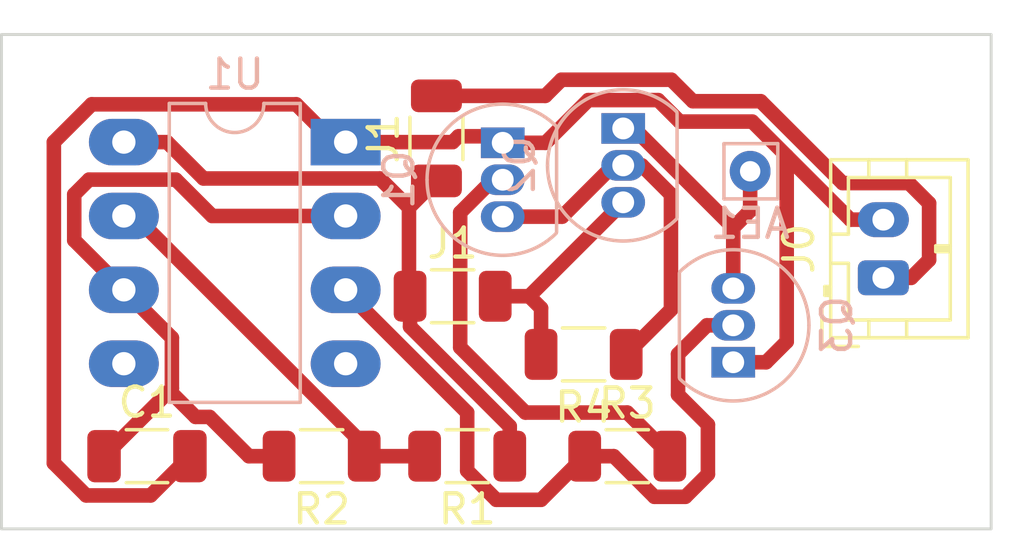
<source format=kicad_pcb>
(kicad_pcb (version 20211014) (generator pcbnew)
  (layers (0 "F.Cu" signal) (31 "B.Cu" signal) (34 "B.Paste" user) (35 "F.Paste" user) (36 "B.SilkS" user "B.Silkscreen") (37 "F.SilkS" user "F.Silkscreen") (38 "B.Mask" user) (39 "F.Mask" user) (44 "Edge.Cuts" user))
  (net 0 "")
  (net 1 "Net-(AE1-Pad1)")
  (net 2 "Net-(U1-Pad2)")
  (net 3 "GND")
  (net 4 "Net-(R3-Pad2)")
  (net 5 "Net-(R4-Pad1)")
  (net 6 "VCC")
  (net 7 "Net-(U1-Pad3)")
  (net 8 "Net-(U1-Pad7)")
  (footprint "Resistor_SMD:R_1206_3216Metric" (layer "F.Cu") (at 138.5 97)
    (fp_text reference "R3" (at 0 -1.82) (layer "F.SilkS"))
    (fp_text value "4.7k")
    (fp_line (start -0.727064 0.91) (end 0.727064 0.91) (layer "F.SilkS") (width 0.12))
    (fp_line (start -0.727064 -0.91) (end 0.727064 -0.91) (layer "F.SilkS") (width 0.12))
    (pad "1" smd roundrect (at -1.4625 0) (size 1.125 1.75) (layers "F.Cu" "F.Paste" "F.Mask") (roundrect_rratio 0.2222222222) (net 7 "Net-(U1-Pad3)"))
    (pad "2" smd roundrect (at 1.4625 0) (size 1.125 1.75) (layers "F.Cu" "F.Paste" "F.Mask") (roundrect_rratio 0.2222222222) (net 4 "Net-(R3-Pad2)"))
  )
  (footprint "Resistor_SMD:R_1206_3216Metric" (layer "F.Cu") (at 132.5 91.5)
    (fp_text reference "J1" (at 0 -1.82) (layer "F.SilkS"))
    (fp_text value "0J")
    (fp_line (start -0.727064 0.91) (end 0.727064 0.91) (layer "F.SilkS") (width 0.12))
    (fp_line (start -0.727064 -0.91) (end 0.727064 -0.91) (layer "F.SilkS") (width 0.12))
    (pad "1" smd roundrect (at -1.4625 0) (size 1.125 1.75) (layers "F.Cu" "F.Paste" "F.Mask") (roundrect_rratio 0.2222222222) (net 6 "VCC"))
    (pad "2" smd roundrect (at 1.4625 0) (size 1.125 1.75) (layers "F.Cu" "F.Paste" "F.Mask") (roundrect_rratio 0.2222222222) (net 6 "VCC"))
  )
  (footprint "Connector_JST:JST_PH_B2B-PH-K_1x02_P2.00mm_Vertical" (layer "F.Cu") (at 147.296998 90.866733 90)
    (fp_text reference "J0" (at 1 -2.9 90) (layer "F.SilkS"))
    (fp_text value "Screw_Terminal_01x02")
    (fp_line (start 1 2.3) (end 1 1.8) (layer "F.SilkS") (width 0.12))
    (fp_line (start -0.3 -1.91) (end -0.6 -1.91) (layer "F.SilkS") (width 0.12))
    (fp_line (start -1.11 -2.11) (end -2.36 -2.11) (layer "F.SilkS") (width 0.12))
    (fp_line (start 1.5 -1.2) (end 1.5 -1.81) (layer "F.SilkS") (width 0.12))
    (fp_line (start -2.06 2.91) (end 4.06 2.91) (layer "F.SilkS") (width 0.12))
    (fp_line (start 4.06 0.8) (end 3.45 0.8) (layer "F.SilkS") (width 0.12))
    (fp_line (start -2.06 -0.5) (end -1.45 -0.5) (layer "F.SilkS") (width 0.12))
    (fp_line (start -0.3 -2.01) (end -0.6 -2.01) (layer "F.SilkS") (width 0.12))
    (fp_line (start 1.1 1.8) (end 1.1 2.3) (layer "F.SilkS") (width 0.12))
    (fp_line (start -2.36 -2.11) (end -2.36 -0.86) (layer "F.SilkS") (width 0.12))
    (fp_line (start 4.06 -1.81) (end -2.06 -1.81) (layer "F.SilkS") (width 0.12))
    (fp_line (start 3.45 -1.2) (end 1.5 -1.2) (layer "F.SilkS") (width 0.12))
    (fp_line (start 0.9 1.8) (end 1.1 1.8) (layer "F.SilkS") (width 0.12))
    (fp_line (start 0.5 -1.81) (end 0.5 -1.2) (layer "F.SilkS") (width 0.12))
    (fp_line (start 4.06 2.91) (end 4.06 -1.81) (layer "F.SilkS") (width 0.12))
    (fp_line (start -1.45 -1.2) (end -1.45 2.3) (layer "F.SilkS") (width 0.12))
    (fp_line (start -2.06 -1.81) (end -2.06 2.91) (layer "F.SilkS") (width 0.12))
    (fp_line (start -2.06 0.8) (end -1.45 0.8) (layer "F.SilkS") (width 0.12))
    (fp_line (start 3.45 2.3) (end 3.45 -1.2) (layer "F.SilkS") (width 0.12))
    (fp_line (start -0.3 -1.81) (end -0.3 -2.01) (layer "F.SilkS") (width 0.12))
    (fp_line (start 0.9 2.3) (end 0.9 1.8) (layer "F.SilkS") (width 0.12))
    (fp_line (start -0.6 -2.01) (end -0.6 -1.81) (layer "F.SilkS") (width 0.12))
    (fp_line (start -1.45 2.3) (end 3.45 2.3) (layer "F.SilkS") (width 0.12))
    (fp_line (start 0.5 -1.2) (end -1.45 -1.2) (layer "F.SilkS") (width 0.12))
    (fp_line (start 4.06 -0.5) (end 3.45 -0.5) (layer "F.SilkS") (width 0.12))
    (pad "1" thru_hole roundrect (at 0 0 90) (size 1.2 1.75) (drill 0.75) (layers *.Cu *.Mask) (roundrect_rratio 0.2083333333) (net 6 "VCC"))
    (pad "2" thru_hole oval (at 2 0 90) (size 1.2 1.75) (drill 0.75) (layers *.Cu *.Mask) (net 3 "GND"))
  )
  (footprint "Resistor_SMD:R_1206_3216Metric" (layer "F.Cu") (at 137 93.5 180)
    (fp_text reference "R4" (at 0 -1.82) (layer "F.SilkS"))
    (fp_text value "4.7k")
    (fp_line (start -0.727064 0.91) (end 0.727064 0.91) (layer "F.SilkS") (width 0.12))
    (fp_line (start -0.727064 -0.91) (end 0.727064 -0.91) (layer "F.SilkS") (width 0.12))
    (pad "1" smd roundrect (at -1.4625 0 180) (size 1.125 1.75) (layers "F.Cu" "F.Paste" "F.Mask") (roundrect_rratio 0.2222222222) (net 5 "Net-(R4-Pad1)"))
    (pad "2" smd roundrect (at 1.4625 0 180) (size 1.125 1.75) (layers "F.Cu" "F.Paste" "F.Mask") (roundrect_rratio 0.2222222222) (net 6 "VCC"))
  )
  (footprint "Resistor_SMD:R_1206_3216Metric" (layer "F.Cu") (at 133 97 180)
    (fp_text reference "R1" (at 0 -1.82) (layer "F.SilkS"))
    (fp_text value "4.7k")
    (fp_line (start -0.727064 -0.91) (end 0.727064 -0.91) (layer "F.SilkS") (width 0.12))
    (fp_line (start -0.727064 0.91) (end 0.727064 0.91) (layer "F.SilkS") (width 0.12))
    (pad "1" smd roundrect (at -1.4625 0 180) (size 1.125 1.75) (layers "F.Cu" "F.Paste" "F.Mask") (roundrect_rratio 0.2222222222) (net 6 "VCC"))
    (pad "2" smd roundrect (at 1.4625 0 180) (size 1.125 1.75) (layers "F.Cu" "F.Paste" "F.Mask") (roundrect_rratio 0.2222222222) (net 8 "Net-(U1-Pad7)"))
  )
  (footprint "Resistor_SMD:R_1206_3216Metric" (layer "F.Cu") (at 131.94323 86.071951 90)
    (fp_text reference "J1" (at 0 -1.82 90) (layer "F.SilkS"))
    (fp_text value "0J")
    (fp_line (start -0.727064 0.91) (end 0.727064 0.91) (layer "F.SilkS") (width 0.12))
    (fp_line (start -0.727064 -0.91) (end 0.727064 -0.91) (layer "F.SilkS") (width 0.12))
    (pad "1" smd roundrect (at -1.4625 0 90) (size 1.125 1.75) (layers "F.Cu" "F.Paste" "F.Mask") (roundrect_rratio 0.2222222222) (net 6 "VCC"))
    (pad "2" smd roundrect (at 1.4625 0 90) (size 1.125 1.75) (layers "F.Cu" "F.Paste" "F.Mask") (roundrect_rratio 0.2222222222) (net 6 "VCC"))
  )
  (footprint "Resistor_SMD:R_1206_3216Metric" (layer "F.Cu") (at 128 97 180)
    (fp_text reference "R2" (at 0 -1.82) (layer "F.SilkS"))
    (fp_text value "4.7k")
    (fp_line (start -0.727064 -0.91) (end 0.727064 -0.91) (layer "F.SilkS") (width 0.12))
    (fp_line (start -0.727064 0.91) (end 0.727064 0.91) (layer "F.SilkS") (width 0.12))
    (pad "1" smd roundrect (at -1.4625 0 180) (size 1.125 1.75) (layers "F.Cu" "F.Paste" "F.Mask") (roundrect_rratio 0.2222222222) (net 8 "Net-(U1-Pad7)"))
    (pad "2" smd roundrect (at 1.4625 0 180) (size 1.125 1.75) (layers "F.Cu" "F.Paste" "F.Mask") (roundrect_rratio 0.2222222222) (net 2 "Net-(U1-Pad2)"))
  )
  (footprint "Capacitor_SMD:C_1206_3216Metric" (layer "F.Cu") (at 122 97)
    (fp_text reference "C1" (at 0 -1.85) (layer "F.SilkS"))
    (fp_text value "100nF")
    (fp_line (start -0.711252 -0.91) (end 0.711252 -0.91) (layer "F.SilkS") (width 0.12))
    (fp_line (start -0.711252 0.91) (end 0.711252 0.91) (layer "F.SilkS") (width 0.12))
    (pad "1" smd roundrect (at -1.475 0) (size 1.15 1.8) (layers "F.Cu" "F.Paste" "F.Mask") (roundrect_rratio 0.2173913043) (net 2 "Net-(U1-Pad2)"))
    (pad "2" smd roundrect (at 1.475 0) (size 1.15 1.8) (layers "F.Cu" "F.Paste" "F.Mask") (roundrect_rratio 0.2173913043) (net 3 "GND"))
  )
  (footprint "Package_TO_SOT_THT:TO-92_Inline" (layer "B.Cu") (at 134.221429 86.223831 -90)
    (fp_text reference "Q1" (at 1.27 3.56 90) (layer "B.SilkS") (effects (justify mirror)))
    (fp_text value "2N3904")
    (fp_line (start -0.53 -1.85) (end 3.07 -1.85) (layer "B.SilkS") (width 0.12))
    (fp_arc (start 1.27 2.6) (mid -1.132087 0.994977) (end -0.568478 -1.838478) (layer "B.SilkS") (width 0.12))
    (fp_arc (start 3.108478 -1.838478) (mid 3.672087 0.994977) (end 1.27 2.6) (layer "B.SilkS") (width 0.12))
    (pad "1" thru_hole rect (at 0 0 270) (size 1.05 1.5) (drill 0.75) (layers *.Cu *.Mask) (net 3 "GND"))
    (pad "2" thru_hole oval (at 1.27 0 270) (size 1.05 1.5) (drill 0.75) (layers *.Cu *.Mask) (net 4 "Net-(R3-Pad2)"))
    (pad "3" thru_hole oval (at 2.54 0 270) (size 1.05 1.5) (drill 0.75) (layers *.Cu *.Mask) (net 5 "Net-(R4-Pad1)"))
  )
  (footprint "Package_DIP:DIP-8_W7.62mm_LongPads" (layer "B.Cu") (at 128.825 86.2 180)
    (fp_text reference "U1" (at 3.81 2.33) (layer "B.SilkS") (effects (justify mirror)))
    (fp_text value "NE555")
    (fp_line (start 2.81 1.33) (end 1.56 1.33) (layer "B.SilkS") (width 0.12))
    (fp_line (start 6.06 1.33) (end 4.81 1.33) (layer "B.SilkS") (width 0.12))
    (fp_line (start 1.56 -8.95) (end 6.06 -8.95) (layer "B.SilkS") (width 0.12))
    (fp_line (start 6.06 -8.95) (end 6.06 1.33) (layer "B.SilkS") (width 0.12))
    (fp_line (start 1.56 1.33) (end 1.56 -8.95) (layer "B.SilkS") (width 0.12))
    (fp_arc (start 2.81 1.33) (mid 3.81 0.33) (end 4.81 1.33) (layer "B.SilkS") (width 0.12))
    (pad "1" thru_hole rect (at 0 0 180) (size 2.4 1.6) (drill 0.8) (layers *.Cu *.Mask) (net 3 "GND"))
    (pad "2" thru_hole oval (at 0 -2.54 180) (size 2.4 1.6) (drill 0.8) (layers *.Cu *.Mask) (net 2 "Net-(U1-Pad2)"))
    (pad "3" thru_hole oval (at 0 -5.08 180) (size 2.4 1.6) (drill 0.8) (layers *.Cu *.Mask) (net 7 "Net-(U1-Pad3)"))
    (pad "4" thru_hole oval (at 0 -7.62 180) (size 2.4 1.6) (drill 0.8) (layers *.Cu *.Mask))
    (pad "5" thru_hole oval (at 7.62 -7.62 180) (size 2.4 1.6) (drill 0.8) (layers *.Cu *.Mask))
    (pad "6" thru_hole oval (at 7.62 -5.08 180) (size 2.4 1.6) (drill 0.8) (layers *.Cu *.Mask) (net 2 "Net-(U1-Pad2)"))
    (pad "7" thru_hole oval (at 7.62 -2.54 180) (size 2.4 1.6) (drill 0.8) (layers *.Cu *.Mask) (net 8 "Net-(U1-Pad7)"))
    (pad "8" thru_hole oval (at 7.62 0 180) (size 2.4 1.6) (drill 0.8) (layers *.Cu *.Mask) (net 6 "VCC"))
  )
  (footprint "Package_TO_SOT_THT:TO-92_Inline" (layer "B.Cu") (at 142.14 93.77 90)
    (fp_text reference "Q3" (at 1.27 3.56 90) (layer "B.SilkS") (effects (justify mirror)))
    (fp_text value "2N222A")
    (fp_line (start -0.53 -1.85) (end 3.07 -1.85) (layer "B.SilkS") (width 0.12))
    (fp_arc (start 1.27 2.6) (mid -1.132087 0.994977) (end -0.568478 -1.838478) (layer "B.SilkS") (width 0.12))
    (fp_arc (start 3.108478 -1.838478) (mid 3.672087 0.994977) (end 1.27 2.6) (layer "B.SilkS") (width 0.12))
    (pad "1" thru_hole rect (at 0 0 90) (size 1.05 1.5) (drill 0.75) (layers *.Cu *.Mask) (net 3 "GND"))
    (pad "2" thru_hole oval (at 1.27 0 90) (size 1.05 1.5) (drill 0.75) (layers *.Cu *.Mask) (net 7 "Net-(U1-Pad3)"))
    (pad "3" thru_hole oval (at 2.54 0 90) (size 1.05 1.5) (drill 0.75) (layers *.Cu *.Mask) (net 1 "Net-(AE1-Pad1)"))
  )
  (footprint "Package_TO_SOT_THT:TO-92_Inline" (layer "B.Cu") (at 138.36 85.73 -90)
    (fp_text reference "Q2" (at 1.27 3.56 90) (layer "B.SilkS") (effects (justify mirror)))
    (fp_text value "2N222A")
    (fp_line (start -0.53 -1.85) (end 3.07 -1.85) (layer "B.SilkS") (width 0.12))
    (fp_arc (start 1.27 2.6) (mid -1.132087 0.994977) (end -0.568478 -1.838478) (layer "B.SilkS") (width 0.12))
    (fp_arc (start 3.108478 -1.838478) (mid 3.672087 0.994977) (end 1.27 2.6) (layer "B.SilkS") (width 0.12))
    (pad "1" thru_hole rect (at 0 0 270) (size 1.05 1.5) (drill 0.75) (layers *.Cu *.Mask) (net 1 "Net-(AE1-Pad1)"))
    (pad "2" thru_hole oval (at 1.27 0 270) (size 1.05 1.5) (drill 0.75) (layers *.Cu *.Mask) (net 5 "Net-(R4-Pad1)"))
    (pad "3" thru_hole oval (at 2.54 0 270) (size 1.05 1.5) (drill 0.75) (layers *.Cu *.Mask) (net 6 "VCC"))
  )
  (footprint "Connector_Pin:Pin_D0.7mm_L6.5mm_W1.8mm_FlatFork" (layer "B.Cu") (at 142.720872 87.202382 180)
    (fp_text reference "AE1" (at 0 -1.8) (layer "B.SilkS") (effects (justify mirror)))
    (fp_text value "Antenna")
    (fp_line (start 0.9 -0.95) (end 0.9 0.9) (layer "B.SilkS") (width 0.12))
    (fp_line (start -0.95 0.95) (end -0.95 -0.95) (layer "B.SilkS") (width 0.12))
    (fp_line (start 0.9 0.95) (end -0.95 0.95) (layer "B.SilkS") (width 0.12))
    (fp_line (start -0.95 -0.95) (end 0.9 -0.95) (layer "B.SilkS") (width 0.12))
    (fp_line (start 0.9 0.9) (end 0.9 0.95) (layer "B.SilkS") (width 0.12))
    (pad "1" thru_hole circle (at 0 0 180) (size 1.4 1.4) (drill 0.7) (layers *.Cu *.Mask) (net 1 "Net-(AE1-Pad1)"))
  )
  (gr_rect (start 117 82.5) (end 151 99.5) (layer "Edge.Cuts") (width 0.1) (fill none))
  (segment (start 142.14 89.14) (end 138.73 85.73) (width 0.5) (layer "F.Cu") (net 1))
  (segment (start 138.73 85.73) (end 138.36 85.73) (width 0.5) (layer "F.Cu") (net 1))
  (segment (start 142.14 89.14) (end 142.720872 88.559128) (width 0.5) (layer "F.Cu") (net 1))
  (segment (start 142.14 91.23) (end 142.14 89.14) (width 0.5) (layer "F.Cu") (net 1))
  (segment (start 142.720872 88.559128) (end 142.720872 87.202382) (width 0.5) (layer "F.Cu") (net 1))
  (segment (start 119.5 89.575) (end 119.5 88) (width 0.5) (layer "F.Cu") (net 2))
  (segment (start 123.66875 95.65) (end 122.78125 94.7625) (width 0.5) (layer "F.Cu") (net 2))
  (segment (start 121.205 91.28) (end 119.5 89.575) (width 0.5) (layer "F.Cu") (net 2))
  (segment (start 120.525 97) (end 122.7625 94.7625) (width 0.5) (layer "F.Cu") (net 2))
  (segment (start 122.78125 94.7625) (end 122.7625 94.7625) (width 0.5) (layer "F.Cu") (net 2))
  (segment (start 119.5 88) (end 120.01 87.49) (width 0.5) (layer "F.Cu") (net 2))
  (segment (start 122.99 87.49) (end 124.24 88.74) (width 0.5) (layer "F.Cu") (net 2))
  (segment (start 122.855 92.93) (end 121.205 91.28) (width 0.5) (layer "F.Cu") (net 2))
  (segment (start 122.855 94.67) (end 122.855 92.93) (width 0.5) (layer "F.Cu") (net 2))
  (segment (start 120.01 87.49) (end 122.99 87.49) (width 0.5) (layer "F.Cu") (net 2))
  (segment (start 122.7625 94.7625) (end 122.855 94.67) (width 0.5) (layer "F.Cu") (net 2))
  (segment (start 124.24 88.74) (end 128.825 88.74) (width 0.5) (layer "F.Cu") (net 2))
  (segment (start 124.15 95.65) (end 123.66875 95.65) (width 0.5) (layer "F.Cu") (net 2))
  (segment (start 125.5 97) (end 124.15 95.65) (width 0.5) (layer "F.Cu") (net 2))
  (segment (start 126.5375 97) (end 125.5 97) (width 0.5) (layer "F.Cu") (net 2))
  (segment (start 132.7 86) (end 132.5 86.2) (width 0.5) (layer "F.Cu") (net 3))
  (segment (start 146.165307 88.866733) (end 143.977218 86.678644) (width 0.5) (layer "F.Cu") (net 3))
  (segment (start 127.125 84.9) (end 128.425 86.2) (width 0.5) (layer "F.Cu") (net 3))
  (segment (start 143.267226 93.77) (end 142.14 93.77) (width 0.5) (layer "F.Cu") (net 3))
  (segment (start 137.16 84.755) (end 139.56 84.755) (width 0.5) (layer "F.Cu") (net 3))
  (segment (start 118.800499 97.240448) (end 118.800499 86.199501) (width 0.5) (layer "F.Cu") (net 3))
  (segment (start 143.977218 93.060008) (end 143.267226 93.77) (width 0.5) (layer "F.Cu") (net 3))
  (segment (start 140.298733 85.493733) (end 142.792307 85.493733) (width 0.5) (layer "F.Cu") (net 3))
  (segment (start 135.691169 86.223831) (end 137.16 84.755) (width 0.5) (layer "F.Cu") (net 3))
  (segment (start 119.910051 98.35) (end 118.800499 97.240448) (width 0.5) (layer "F.Cu") (net 3))
  (segment (start 122.125 98.35) (end 119.910051 98.35) (width 0.5) (layer "F.Cu") (net 3))
  (segment (start 134.221429 86.223831) (end 135.691169 86.223831) (width 0.5) (layer "F.Cu") (net 3))
  (segment (start 128.425 86.2) (end 128.825 86.2) (width 0.5) (layer "F.Cu") (net 3))
  (segment (start 132.5 86.2) (end 128.825 86.2) (width 0.5) (layer "F.Cu") (net 3))
  (segment (start 142.792307 85.493733) (end 143.977218 86.678644) (width 0.5) (layer "F.Cu") (net 3))
  (segment (start 134.221429 86.223831) (end 133.997598 86) (width 0.5) (layer "F.Cu") (net 3))
  (segment (start 123.475 97) (end 122.125 98.35) (width 0.5) (layer "F.Cu") (net 3))
  (segment (start 139.56 84.755) (end 140.298733 85.493733) (width 0.5) (layer "F.Cu") (net 3))
  (segment (start 143.977218 86.678644) (end 143.977218 93.060008) (width 0.5) (layer "F.Cu") (net 3))
  (segment (start 133.997598 86) (end 132.7 86) (width 0.5) (layer "F.Cu") (net 3))
  (segment (start 147.296998 88.866733) (end 146.165307 88.866733) (width 0.5) (layer "F.Cu") (net 3))
  (segment (start 120.1 84.9) (end 127.125 84.9) (width 0.5) (layer "F.Cu") (net 3))
  (segment (start 118.800499 86.199501) (end 120.1 84.9) (width 0.5) (layer "F.Cu") (net 3))
  (segment (start 134.221429 87.493831) (end 133.887571 87.493831) (width 0.5) (layer "F.Cu") (net 4))
  (segment (start 132.759585 93.259585) (end 135 95.5) (width 0.5) (layer "F.Cu") (net 4))
  (segment (start 138.5 95.5) (end 139.9625 96.9625) (width 0.5) (layer "F.Cu") (net 4))
  (segment (start 133.887571 87.493831) (end 132.759585 88.621817) (width 0.5) (layer "F.Cu") (net 4))
  (segment (start 135 95.5) (end 138.5 95.5) (width 0.5) (layer "F.Cu") (net 4))
  (segment (start 132.759585 88.621817) (end 132.759585 93.259585) (width 0.5) (layer "F.Cu") (net 4))
  (segment (start 139.9625 96.9625) (end 139.9625 97) (width 0.5) (layer "F.Cu") (net 4))
  (segment (start 140 88) (end 139 87) (width 0.5) (layer "F.Cu") (net 5))
  (segment (start 139 87) (end 138.36 87) (width 0.5) (layer "F.Cu") (net 5))
  (segment (start 140 91.9625) (end 140 88) (width 0.5) (layer "F.Cu") (net 5))
  (segment (start 138.026142 87) (end 138.36 87) (width 0.5) (layer "F.Cu") (net 5))
  (segment (start 136.262311 88.763831) (end 138.026142 87) (width 0.5) (layer "F.Cu") (net 5))
  (segment (start 138.4625 93.5) (end 140 91.9625) (width 0.5) (layer "F.Cu") (net 5))
  (segment (start 134.221429 88.763831) (end 136.262311 88.763831) (width 0.5) (layer "F.Cu") (net 5))
  (segment (start 140.013533 84.055) (end 140.752266 84.793733) (width 0.5) (layer "F.Cu") (net 6))
  (segment (start 131 91.4625) (end 131.0375 91.5) (width 0.5) (layer "F.Cu") (net 6))
  (segment (start 135.13 91.5) (end 138.36 88.27) (width 0.5) (layer "F.Cu") (net 6))
  (segment (start 148.868159 88.301246) (end 148.868159 90.252482) (width 0.5) (layer "F.Cu") (net 6))
  (segment (start 145.898259 87.609735) (end 148.176648 87.609735) (width 0.5) (layer "F.Cu") (net 6))
  (segment (start 148.176648 87.609735) (end 148.868159 88.301246) (width 0.5) (layer "F.Cu") (net 6))
  (segment (start 140.752266 84.793733) (end 143.082257 84.793733) (width 0.5) (layer "F.Cu") (net 6))
  (segment (start 148.253908 90.866733) (end 147.296998 90.866733) (width 0.5) (layer "F.Cu") (net 6))
  (segment (start 122.689244 86.2) (end 123.939244 87.45) (width 0.5) (layer "F.Cu") (net 6))
  (segment (start 131.0375 91.5) (end 131.0375 92.54755) (width 0.5) (layer "F.Cu") (net 6))
  (segment (start 135.5375 93.5) (end 135.5375 91.9075) (width 0.5) (layer "F.Cu") (net 6))
  (segment (start 135.5375 91.9075) (end 135.13 91.5) (width 0.5) (layer "F.Cu") (net 6))
  (segment (start 135.683928 84.609451) (end 136.238379 84.055) (width 0.5) (layer "F.Cu") (net 6))
  (segment (start 131 88.45) (end 131 91.4625) (width 0.5) (layer "F.Cu") (net 6))
  (segment (start 134.4625 95.97255) (end 134.4625 97) (width 0.5) (layer "F.Cu") (net 6))
  (segment (start 136.238379 84.055) (end 140.013533 84.055) (width 0.5) (layer "F.Cu") (net 6))
  (segment (start 131.94323 87.534451) (end 131.915549 87.534451) (width 0.5) (layer "F.Cu") (net 6))
  (segment (start 143.082257 84.793733) (end 145.898259 87.609735) (width 0.5) (layer "F.Cu") (net 6))
  (segment (start 148.868159 90.252482) (end 148.253908 90.866733) (width 0.5) (layer "F.Cu") (net 6))
  (segment (start 131.94323 84.609451) (end 135.683928 84.609451) (width 0.5) (layer "F.Cu") (net 6))
  (segment (start 123.939244 87.45) (end 130 87.45) (width 0.5) (layer "F.Cu") (net 6))
  (segment (start 131.915549 87.534451) (end 131 88.45) (width 0.5) (layer "F.Cu") (net 6))
  (segment (start 121.205 86.2) (end 122.689244 86.2) (width 0.5) (layer "F.Cu") (net 6))
  (segment (start 131.0375 92.54755) (end 134.4625 95.97255) (width 0.5) (layer "F.Cu") (net 6))
  (segment (start 130 87.45) (end 131 88.45) (width 0.5) (layer "F.Cu") (net 6))
  (segment (start 133.9625 91.5) (end 135.13 91.5) (width 0.5) (layer "F.Cu") (net 6))
  (segment (start 128.825 91.325) (end 133 95.5) (width 0.5) (layer "F.Cu") (net 7))
  (segment (start 140.244583 94.888497) (end 140.244583 93.490417) (width 0.5) (layer "F.Cu") (net 7))
  (segment (start 140.495185 98.396923) (end 141.269772 97.622336) (width 0.5) (layer "F.Cu") (net 7))
  (segment (start 141.269772 95.913686) (end 140.244583 94.888497) (width 0.5) (layer "F.Cu") (net 7))
  (segment (start 138.035051 97) (end 139.431974 98.396923) (width 0.5) (layer "F.Cu") (net 7))
  (segment (start 128.825 91.28) (end 128.825 91.325) (width 0.5) (layer "F.Cu") (net 7))
  (segment (start 140.244583 93.490417) (end 141.235 92.5) (width 0.5) (layer "F.Cu") (net 7))
  (segment (start 134 98.5) (end 135.5375 98.5) (width 0.5) (layer "F.Cu") (net 7))
  (segment (start 133 97.5) (end 134 98.5) (width 0.5) (layer "F.Cu") (net 7))
  (segment (start 141.235 92.5) (end 142.14 92.5) (width 0.5) (layer "F.Cu") (net 7))
  (segment (start 135.5375 98.5) (end 137.0375 97) (width 0.5) (layer "F.Cu") (net 7))
  (segment (start 133 95.5) (end 133 97.5) (width 0.5) (layer "F.Cu") (net 7))
  (segment (start 141.269772 97.622336) (end 141.269772 95.913686) (width 0.5) (layer "F.Cu") (net 7))
  (segment (start 139.431974 98.396923) (end 140.495185 98.396923) (width 0.5) (layer "F.Cu") (net 7))
  (segment (start 137.0375 97) (end 138.035051 97) (width 0.5) (layer "F.Cu") (net 7))
  (segment (start 121.205 88.74) (end 121.577233 88.74) (width 0.5) (layer "F.Cu") (net 8))
  (segment (start 129.4625 96.625267) (end 129.4625 97) (width 0.5) (layer "F.Cu") (net 8))
  (segment (start 131.5375 97) (end 129.4625 97) (width 0.5) (layer "F.Cu") (net 8))
  (segment (start 121.577233 88.74) (end 129.4625 96.625267) (width 0.5) (layer "F.Cu") (net 8))
)
</source>
